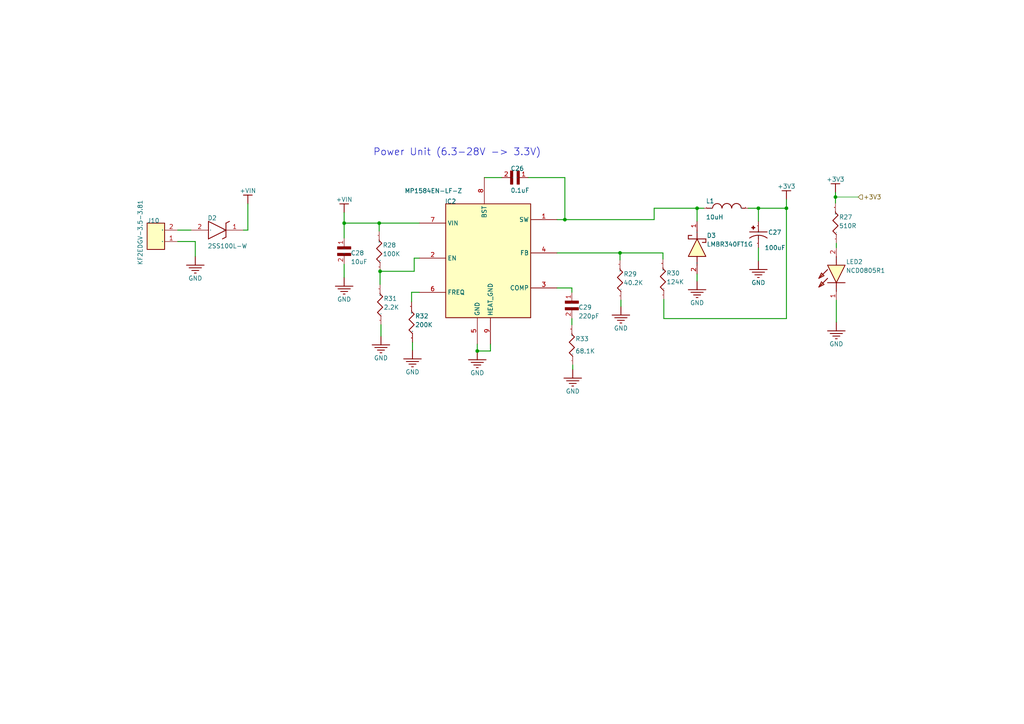
<source format=kicad_sch>
(kicad_sch (version 20230819) (generator eeschema)
  (paper "A4")
  (lib_symbols
    (symbol "POWER UNİT-altium-import:+3V3" (power)
      (property "Reference" "#PWR" (at 0 0 0))
      (property "Value" "+3V3" (at 0 3.81 0))
      (symbol "+3V3_0_0"
        (polyline (pts (xy -1.27 -2.54) (xy 1.27 -2.54)) (stroke (width 0.254)))
        (polyline (pts (xy 0 0) (xy 0 -2.54)) (stroke (width 0.254)))
        (pin power_in line (at 0 0 0) (length 0) hide (name "+3V3") (number ""))
      )
    )
    (symbol "POWER UNİT-altium-import:+VIN" (power)
      (property "Reference" "#PWR" (at 0 0 0))
      (property "Value" "+VIN" (at 0 3.81 0))
      (symbol "+VIN_0_0"
        (polyline (pts (xy -1.27 -2.54) (xy 1.27 -2.54)) (stroke (width 0.254)))
        (polyline (pts (xy 0 0) (xy 0 -2.54)) (stroke (width 0.254)))
        (pin power_in line (at 0 0 0) (length 0) hide (name "+VIN") (number ""))
      )
    )
    (symbol "POWER UNİT-altium-import:GND" (power)
      (property "Reference" "#PWR" (at 0 0 0))
      (property "Value" "GND" (at 0 6.35 0))
      (symbol "GND_0_0"
        (polyline (pts (xy -2.54 -2.54) (xy 2.54 -2.54)) (stroke (width 0.254)))
        (polyline (pts (xy -1.778 -3.302) (xy 1.778 -3.302)) (stroke (width 0.254)))
        (polyline (pts (xy -1.016 -4.064) (xy 1.016 -4.064)) (stroke (width 0.254)))
        (polyline (pts (xy -0.254 -4.826) (xy 0.254 -4.826)) (stroke (width 0.254)))
        (polyline (pts (xy 0 0) (xy 0 -2.54)) (stroke (width 0.254)))
        (pin power_in line (at 0 0 0) (length 0) hide (name "GND") (number ""))
      )
    )
    (symbol "POWER UNİT-altium-import:root_0_10uH"
      (symbol "root_0_10uH_1_0"
        (polyline (pts (xy 7.366 7.62) (xy 5.842 7.62)) (stroke (width 0.254)))
        (polyline (pts (xy 16.002 7.62) (xy 17.018 7.62)) (stroke (width 0.254)))
        (arc (start 10.2353 7.6867) (mid 8.8937 8.9669) (end 7.5451 7.6941) (stroke (width 0.254)))
        (arc (start 13.0636 7.6829) (mid 11.6899 9.001) (end 10.305 7.6946) (stroke (width 0.254)))
        (arc (start 15.8566 7.683) (mid 14.4837 9) (end 13.1 7.6944) (stroke (width 0.254)))
        (pin passive line (at 5.08 7.62 0) (length 1.27) (name "1") (number "1"))
        (pin passive line (at 17.78 7.62 180) (length 1.27) (name "2") (number "2"))
      )
    )
    (symbol "POWER UNİT-altium-import:root_0_C0402C220K4RACTU"
      (symbol "root_0_C0402C220K4RACTU_1_0"
        (rectangle (start 0.635 1.905) (end 0 -1.905) (stroke (width 0.254)) (fill (type outline)))
        (rectangle (start 2.54 1.905) (end 1.905 -1.905) (stroke (width 0.254)) (fill (type outline)))
        (pin passive line (at 5.08 0 180) (length 2.54) (name "1") (number "1"))
        (pin passive line (at -2.54 0 0) (length 2.54) (name "2") (number "2"))
      )
    )
    (symbol "POWER UNİT-altium-import:root_0_KF2EDGV-3.5-3.81"
      (symbol "root_0_KF2EDGV-3.5-3.81_1_0"
        (rectangle (start 15.24 12.7) (end 10.16 5.08) (stroke (width 0.254) (color 128 0 0 1)) (fill (type background)))
        (pin passive line (at 19.05 7.366 180) (length 3.81) (name "1") (number "1"))
        (pin passive line (at 19.05 10.668 180) (length 3.81) (name "2") (number "2"))
      )
    )
    (symbol "POWER UNİT-altium-import:root_0_MP1584EN-LF-Z"
      (symbol "root_0_MP1584EN-LF-Z_1_0"
        (rectangle (start 48.26 43.18) (end 23.622 10.16) (stroke (width 0.254) (color 128 0 0 1)) (fill (type background)))
        (pin passive line (at 55.88 38.608 180) (length 7.62) (name "SW") (number "1"))
        (pin passive line (at 16.002 27.432 0) (length 7.62) (name "EN") (number "2"))
        (pin passive line (at 55.88 18.796 180) (length 7.62) (name "COMP") (number "3"))
        (pin passive line (at 55.88 28.956 180) (length 7.62) (name "FB") (number "4"))
        (pin passive line (at 32.766 2.54 90) (length 7.62) (name "GND") (number "5"))
        (pin passive line (at 16.002 17.526 0) (length 7.62) (name "FREQ") (number "6"))
        (pin passive line (at 16.002 37.592 0) (length 7.62) (name "VIN") (number "7"))
        (pin passive line (at 34.798 50.8 270) (length 7.62) (name "BST") (number "8"))
        (pin passive line (at 36.576 2.54 90) (length 7.62) (name "HEAT_GND") (number "9"))
      )
    )
    (symbol "POWER UNİT-altium-import:root_1_1K"
      (symbol "root_1_1K_1_0"
        (polyline (pts (xy -4.826 4.318) (xy -5.842 5.334) (xy -4.318 6.858) (xy -5.842 8.382) (xy -4.318 9.906) (xy -5.08 10.668) (xy -5.08 10.922)) (stroke (width 0.254)))
        (pin passive line (at -4.826 1.778 90) (length 2.54) (name "1") (number "1"))
        (pin passive line (at -5.08 13.462 270) (length 2.54) (name "2") (number "2"))
      )
    )
    (symbol "POWER UNİT-altium-import:root_1_C0402C220K4RACTU"
      (symbol "root_1_C0402C220K4RACTU_1_0"
        (rectangle (start 1.905 0.635) (end -1.905 0) (stroke (width 0.254)) (fill (type outline)))
        (rectangle (start 1.905 2.54) (end -1.905 1.905) (stroke (width 0.254)) (fill (type outline)))
        (pin passive line (at 0 5.08 270) (length 2.54) (name "1") (number "1"))
        (pin passive line (at 0 -2.54 90) (length 2.54) (name "2") (number "2"))
      )
    )
    (symbol "POWER UNİT-altium-import:root_1_NCD0805R1"
      (symbol "root_1_NCD0805R1_1_0"
        (polyline (pts (xy -5.08 3.81) (xy -2.54 6.35)) (stroke (width 0.254)))
        (polyline (pts (xy -5.08 6.35) (xy -2.54 8.89)) (stroke (width 0.254)))
        (polyline (pts (xy 0 5.08) (xy 0 2.54)) (stroke (width 0.254)))
        (polyline (pts (xy 0 12.7) (xy 0 10.16)) (stroke (width 0.254)))
        (polyline (pts (xy 2.54 5.08) (xy -2.54 5.08)) (stroke (width 0.254)))
        (polyline (pts (xy -4.318 5.334) (xy -3.556 4.572) (xy -5.08 3.81) (xy -4.318 5.334)) (stroke (width 0.254)) (fill (type background)))
        (polyline (pts (xy -4.318 7.874) (xy -3.556 7.112) (xy -5.08 6.35) (xy -4.318 7.874)) (stroke (width 0.254)) (fill (type background)))
        (polyline (pts (xy 0 5.08) (xy -2.54 10.16) (xy 2.54 10.16) (xy 0 5.08)) (stroke (width 0.254)) (fill (type background)))
        (pin passive line (at 0 0 90) (length 2.54) (name "K") (number "1"))
        (pin passive line (at 0 15.24 270) (length 2.54) (name "A") (number "2"))
      )
    )
    (symbol "POWER UNİT-altium-import:root_2_2SS100L-W_2"
      (symbol "root_2_2SS100L-W_2_1_0"
        (polyline (pts (xy -10.16 -2.54) (xy -5.08 0)) (stroke (width 0.254)))
        (polyline (pts (xy -10.16 2.54) (xy -10.16 -2.54)) (stroke (width 0.254)))
        (polyline (pts (xy -6.096 -2.54) (xy -5.08 -2.032)) (stroke (width 0.254)))
        (polyline (pts (xy -5.08 0) (xy -10.16 2.54)) (stroke (width 0.254)))
        (polyline (pts (xy -5.08 2.032) (xy -5.08 -2.032)) (stroke (width 0.254)))
        (polyline (pts (xy -5.08 2.032) (xy -4.064 2.54)) (stroke (width 0.254)))
        (pin passive line (at 0 0 180) (length 5.08) (name "K") (number "1"))
        (pin passive line (at -15.24 0 0) (length 5.08) (name "A") (number "2"))
      )
    )
    (symbol "POWER UNİT-altium-import:root_3_EEEFPC101XAL_1"
      (symbol "root_3_EEEFPC101XAL_1_1_0"
        (rectangle (start -1.405 1.173) (end -1.532 0.284) (stroke (width 0.254)) (fill (type outline)))
        (rectangle (start -1.024 0.792) (end -1.913 0.665) (stroke (width 0.254)) (fill (type outline)))
        (polyline (pts (xy 0 -2.54) (xy 0 -1.524)) (stroke (width 0.254)))
        (polyline (pts (xy 0 -0.508) (xy -2.54 -0.508)) (stroke (width 0.254)))
        (polyline (pts (xy 0 0) (xy 0 -0.508)) (stroke (width 0.254)))
        (polyline (pts (xy 2.54 -0.508) (xy 0 -0.508)) (stroke (width 0.254)))
        (arc (start 2.5398 -2.2858) (mid 0 -1.485) (end -2.5398 -2.2858) (stroke (width 0.254)))
        (pin passive line (at 0 2.54 270) (length 2.54) (name "1") (number "1"))
        (pin passive line (at 0 -5.08 90) (length 2.54) (name "2") (number "2"))
      )
    )
    (symbol "POWER UNİT-altium-import:root_3_SS34FA_1"
      (symbol "root_3_SS34FA_1_1_0"
        (polyline (pts (xy -2.54 -7.62) (xy 2.54 -7.62)) (stroke (width 0.254)))
        (polyline (pts (xy -2.54 -6.604) (xy -2.54 -7.62)) (stroke (width 0.254)))
        (polyline (pts (xy -1.524 -6.604) (xy -2.54 -6.604)) (stroke (width 0.254)))
        (polyline (pts (xy 0 -15.24) (xy 0 -12.7)) (stroke (width 0.254)))
        (polyline (pts (xy 0 -7.62) (xy 0 -5.08)) (stroke (width 0.254)))
        (polyline (pts (xy 1.524 -8.636) (xy 2.54 -8.636)) (stroke (width 0.254)))
        (polyline (pts (xy 2.54 -8.636) (xy 2.54 -7.62)) (stroke (width 0.254)))
        (polyline (pts (xy 0 -7.62) (xy 2.54 -12.7) (xy -2.54 -12.7) (xy 0 -7.62)) (stroke (width 0.254)) (fill (type background)))
        (pin passive line (at 0 -2.54 270) (length 2.54) (name "K") (number "1"))
        (pin passive line (at 0 -17.78 90) (length 2.54) (name "A") (number "2"))
      )
    )
  )
  (junction (at 110.236 78.6892))
  (junction (at 109.982 64.7192))
  (junction (at 163.83 63.7032))
  (junction (at 202.184 60.4012))
  (junction (at 99.822 64.7192))
  (junction (at 242.316 57.15))
  (junction (at 228.092 60.4012))
  (junction (at 219.964 60.4012))
  (junction (at 179.832 73.3552))
  (junction (at 138.43 101.8032))
  (wire (pts (xy 242.316 57.15) (xy 242.316 55.8292)))
  (wire (pts (xy 119.634 99.2632) (xy 119.634 101.5492)) (stroke (width 0.254)))
  (wire (pts (xy 119.38 84.7852) (xy 121.666 84.7852)) (stroke (width 0.254)))
  (wire (pts (xy 163.83 63.7032) (xy 189.738 63.7032)) (stroke (width 0.254)))
  (wire (pts (xy 110.236 78.6892) (xy 110.236 82.4992)) (stroke (width 0.254)))
  (wire (pts (xy 202.184 60.4012) (xy 204.216 60.4012)) (stroke (width 0.254)))
  (wire (pts (xy 228.092 92.4052) (xy 192.532 92.4052)) (stroke (width 0.254)))
  (wire (pts (xy 99.822 69.0372) (xy 99.822 64.7192)) (stroke (width 0.254)))
  (wire (pts (xy 120.142 78.6892) (xy 110.236 78.6892)) (stroke (width 0.254)))
  (wire (pts (xy 51.562 70.0532) (xy 56.642 70.0532)) (stroke (width 0.254)))
  (wire (pts (xy 166.116 105.8672) (xy 166.116 107.1372)) (stroke (width 0.254)))
  (wire (pts (xy 180.086 87.0712) (xy 180.086 88.8492)) (stroke (width 0.254)))
  (wire (pts (xy 189.738 63.7032) (xy 189.738 60.4012)) (stroke (width 0.254)))
  (wire (pts (xy 219.964 60.4012) (xy 228.092 60.4012)) (stroke (width 0.254)))
  (wire (pts (xy 109.982 64.7192) (xy 109.982 67.0052)) (stroke (width 0.254)))
  (wire (pts (xy 216.916 60.4012) (xy 219.964 60.4012)) (stroke (width 0.254)))
  (wire (pts (xy 71.882 66.7512) (xy 71.882 59.1312)) (stroke (width 0.254)))
  (wire (pts (xy 99.822 80.4672) (xy 99.822 76.6572)) (stroke (width 0.254)))
  (wire (pts (xy 153.162 51.5112) (xy 163.83 51.5112)) (stroke (width 0.254)))
  (wire (pts (xy 99.822 64.7192) (xy 99.822 61.6712)) (stroke (width 0.254)))
  (wire (pts (xy 179.832 73.3552) (xy 179.832 75.3872)) (stroke (width 0.254)))
  (wire (pts (xy 70.612 66.7512) (xy 71.882 66.7512)) (stroke (width 0.254)))
  (wire (pts (xy 248.92 57.15) (xy 242.316 57.15)))
  (wire (pts (xy 109.982 64.7192) (xy 121.666 64.7192)) (stroke (width 0.254)))
  (wire (pts (xy 219.964 60.4012) (xy 219.964 64.2112)) (stroke (width 0.254)))
  (wire (pts (xy 242.316 55.8292) (xy 242.316 57.15)) (stroke (width 0.254)))
  (wire (pts (xy 189.738 60.4012) (xy 202.184 60.4012)) (stroke (width 0.254)))
  (wire (pts (xy 228.092 57.8612) (xy 228.092 60.4012)) (stroke (width 0.254)))
  (wire (pts (xy 219.964 71.8312) (xy 219.964 75.6412)) (stroke (width 0.254)))
  (wire (pts (xy 161.544 73.3552) (xy 179.832 73.3552)) (stroke (width 0.254)))
  (wire (pts (xy 161.544 63.7032) (xy 163.83 63.7032)) (stroke (width 0.254)))
  (wire (pts (xy 55.372 66.7512) (xy 51.562 66.7512)) (stroke (width 0.254)))
  (wire (pts (xy 202.184 81.4832) (xy 202.184 79.4512)) (stroke (width 0.254)))
  (wire (pts (xy 165.862 94.1832) (xy 165.862 92.4052)) (stroke (width 0.254)))
  (wire (pts (xy 192.278 75.1332) (xy 192.278 73.3552)) (stroke (width 0.254)))
  (wire (pts (xy 165.862 83.5152) (xy 165.862 84.7852)) (stroke (width 0.254)))
  (wire (pts (xy 163.83 51.5112) (xy 163.83 63.7032)) (stroke (width 0.254)))
  (wire (pts (xy 161.544 83.5152) (xy 165.862 83.5152)) (stroke (width 0.254)))
  (wire (pts (xy 121.666 74.8792) (xy 120.142 74.8792)) (stroke (width 0.254)))
  (wire (pts (xy 192.532 92.4052) (xy 192.532 86.8172)) (stroke (width 0.254)))
  (wire (pts (xy 142.24 99.7712) (xy 142.24 101.8032)) (stroke (width 0.254)))
  (wire (pts (xy 192.278 73.3552) (xy 179.832 73.3552)) (stroke (width 0.254)))
  (wire (pts (xy 99.822 64.7192) (xy 109.982 64.7192)) (stroke (width 0.254)))
  (wire (pts (xy 140.462 51.5112) (xy 145.542 51.5112)) (stroke (width 0.254)))
  (wire (pts (xy 110.49 94.1832) (xy 110.49 97.4852)) (stroke (width 0.254)))
  (wire (pts (xy 228.092 60.4012) (xy 228.092 92.4052)) (stroke (width 0.254)))
  (wire (pts (xy 119.38 87.5792) (xy 119.38 84.7852)) (stroke (width 0.254)))
  (wire (pts (xy 242.316 57.15) (xy 242.316 58.8772)) (stroke (width 0.254)))
  (wire (pts (xy 56.642 70.0532) (xy 56.642 74.3712)) (stroke (width 0.254)))
  (wire (pts (xy 242.57 70.5612) (xy 242.57 71.8312)) (stroke (width 0.254)))
  (wire (pts (xy 142.24 101.8032) (xy 138.43 101.8032)) (stroke (width 0.254)))
  (wire (pts (xy 138.43 99.7712) (xy 138.43 101.8032)) (stroke (width 0.254)))
  (wire (pts (xy 120.142 74.8792) (xy 120.142 78.6892)) (stroke (width 0.254)))
  (wire (pts (xy 202.184 60.4012) (xy 202.184 64.2112)) (stroke (width 0.254)))
  (wire (pts (xy 242.57 87.0712) (xy 242.57 93.4212)) (stroke (width 0.254)))
  (text "Power Unit (6.3-28V -> 3.3V)" (at 108.204 45.4152 0) (effects (font (size 2.032 2.032)) (justify left bottom)))
  (hierarchical_label "+3V3" (shape input) (at 248.92 57.15 0))
  (symbol (lib_id "POWER UNİT-altium-import:root_1_NCD0805R1") (at 242.57 87.0712 0) (unit 1)
    (property "Reference" "LED2" (at 245.364 76.6572 0) (effects (justify left bottom)))
    (property "Value" "NCD0805R1" (at 245.364 79.1972 0) (effects (justify left bottom)))
    (property "Footprint" "NCD0805R1" (effects hide))
    (property "MANUFACTURER_NAME" "Foshan NationStar Optoelectronics" (effects hide))
    (property "MANUFACTURER_PART_NUMBER" "NCD0805R1" (effects hide))
    (property "MOUSER PART NUMBER" "*" (effects hide))
    (property "MOUSER PRICE/STOCK" "*" (effects hide))
    (property "ARROW PART NUMBER" "*" (effects hide))
    (property "ARROW PRICE/STOCK" "*" (effects hide))
    (property "DATASHEET LINK" "https://datasheet.lcsc.com/lcsc/2008201032_Foshan-NationStar-Optoelectronics-NCD0805R1_C84256.pdf" (effects hide))
    (property "GEOMETRY.HEIGHT" "1.2mm" (effects hide))
    (instances (project "Bluetooth-Anchor _Wifi KİCAD" (path "" (reference "LED2") (unit 1))) (project "POWER UNİT" (path "" (reference "D4") (unit 1))))
  )
  (symbol (lib_id "POWER UNİT-altium-import:root_1_1K") (at 115.062 80.4672 0) (unit 1)
    (property "Reference" "R28" (at 110.998 71.8312 0) (effects (justify left bottom)))
    (property "Value" "100K" (at 110.998 74.3712 0) (effects (justify left bottom)))
    (property "Footprint" "Res_0402" (effects hide))
  )
  (symbol (lib_id "POWER UNİT-altium-import:root_0_C0402C220K4RACTU") (at 148.082 51.5112 0) (unit 1)
    (property "Reference" "C26" (at 148.082 49.6062 0) (effects (justify left bottom)))
    (property "Value" "0.1uF" (at 148.082 55.9562 0) (effects (justify left bottom)))
    (property "Footprint" "C_0402" (effects hide))
    (property "MP" "C0402C220K4RACTU" (effects hide))
    (property "SNAPEDA_LINK" "https://www.snapeda.com/parts/C0402C220K4RACTU/KEMET/view-part/2040769/?ref=snap" (effects hide))
    (property "PRICE" "None" (effects hide))
    (property "MF" "KEMET" (effects hide))
    (property "PACKAGE" "0402 KEMET" (effects hide))
    (property "AVAILABILITY" "Unavailable" (effects hide))
    (property "ALTIUM_VALUE" "*" (effects hide))
  )
  (symbol (lib_id "POWER UNİT-altium-import:GND") (at 110.49 97.4852 0) (unit 1)
    (property "Reference" "#PWR0144" (effects hide))
    (property "Value" "GND" (at 110.49 103.8352 0))
    (instances (project "Bluetooth-Anchor _Wifi KİCAD" (path "" (reference "#PWR0144") (unit 1))) (project "POWER UNİT" (path "" (reference "#PWR?") (unit 1))))
  )
  (symbol (lib_id "POWER UNİT-altium-import:+VIN") (at 99.822 61.6712 180) (unit 1)
    (property "Reference" "#PWR0148" (effects hide))
    (property "Value" "+VIN" (at 99.822 57.8612 0))
    (instances (project "Bluetooth-Anchor _Wifi KİCAD" (path "" (reference "#PWR0148") (unit 1))) (project "POWER UNİT" (path "" (reference "#PWR?") (unit 1))))
  )
  (symbol (lib_id "POWER UNİT-altium-import:root_1_1K") (at 124.46 101.0412 0) (unit 1)
    (property "Reference" "R32" (at 120.396 92.4052 0) (effects (justify left bottom)))
    (property "Value" "200K" (at 120.396 94.9452 0) (effects (justify left bottom)))
    (property "Footprint" "Res_0402" (effects hide))
  )
  (symbol (lib_id "POWER UNİT-altium-import:root_1_1K") (at 197.358 88.5952 0) (unit 1)
    (property "Reference" "R30" (at 193.294 79.9592 0) (effects (justify left bottom)))
    (property "Value" "124K" (at 193.294 82.4992 0) (effects (justify left bottom)))
    (property "Footprint" "Res_0402" (effects hide))
  )
  (symbol (lib_id "POWER UNİT-altium-import:root_2_2SS100L-W_2") (at 70.612 66.7512 0) (unit 1)
    (property "Reference" "D2" (at 60.198 63.9572 0) (effects (justify left bottom)))
    (property "Value" "2SS100L-W" (at 60.198 72.0852 0) (effects (justify left bottom)))
    (property "Footprint" "2SS100LW" (effects hide))
    (property "MANUFACTURER_NAME" "Rectron" (effects hide))
    (property "MANUFACTURER_PART_NUMBER" "2SS100L-W" (effects hide))
    (property "MOUSER PART NUMBER" "583-2SS100L-W" (effects hide))
    (property "MOUSER PRICE/STOCK" "https://www.mouser.co.uk/ProductDetail/Rectron/2SS100L-W?qs=5aG0NVq1C4wsv0OtzLcEnw%3D%3D" (effects hide))
    (property "ARROW PART NUMBER" "2SS100L-W" (effects hide))
    (property "ARROW PRICE/STOCK" "https://www.arrow.com/en/products/2ss100l-w/rectron?region=nac" (effects hide))
    (property "DATASHEET LINK" "https://componentsearchengine.com/Datasheets/1/2SS100L-W.pdf" (effects hide))
    (property "GEOMETRY.HEIGHT" "1mm" (effects hide))
  )
  (symbol (lib_id "POWER UNİT-altium-import:root_1_1K") (at 247.396 72.3392 0) (unit 1)
    (property "Reference" "R27" (at 243.332 63.7032 0) (effects (justify left bottom)))
    (property "Value" "510R" (at 243.332 66.2432 0) (effects (justify left bottom)))
    (property "Footprint" "Res_0402" (effects hide))
  )
  (symbol (lib_id "POWER UNİT-altium-import:GND") (at 180.086 88.8492 0) (unit 1)
    (property "Reference" "#PWR0153" (effects hide))
    (property "Value" "GND" (at 180.086 95.1992 0))
    (instances (project "Bluetooth-Anchor _Wifi KİCAD" (path "" (reference "#PWR0153") (unit 1))) (project "POWER UNİT" (path "" (reference "#PWR?") (unit 1))))
  )
  (symbol (lib_id "POWER UNİT-altium-import:+3V3") (at 242.316 55.8292 180) (unit 1)
    (property "Reference" "#PWR0152" (effects hide))
    (property "Value" "+3V3" (at 242.316 52.0192 0))
    (instances (project "Bluetooth-Anchor _Wifi KİCAD" (path "" (reference "#PWR0152") (unit 1))) (project "POWER UNİT" (path "" (reference "#PWR?") (unit 1))))
  )
  (symbol (lib_id "POWER UNİT-altium-import:root_1_1K") (at 184.912 88.8492 0) (unit 1)
    (property "Reference" "R29" (at 180.848 80.2132 0) (effects (justify left bottom)))
    (property "Value" "40.2K" (at 180.848 82.7532 0) (effects (justify left bottom)))
    (property "Footprint" "Res_0402" (effects hide))
  )
  (symbol (lib_id "POWER UNİT-altium-import:root_1_C0402C220K4RACTU") (at 165.862 89.8652 0) (unit 1)
    (property "Reference" "C29" (at 167.767 89.8652 0) (effects (justify left bottom)))
    (property "Value" "220pF" (at 167.767 92.4052 0) (effects (justify left bottom)))
    (property "Footprint" "C_0402" (effects hide))
    (property "MP" "C0402C220K4RACTU" (effects hide))
    (property "SNAPEDA_LINK" "https://www.snapeda.com/parts/C0402C220K4RACTU/KEMET/view-part/2040769/?ref=snap" (effects hide))
    (property "PRICE" "None" (effects hide))
    (property "MF" "KEMET" (effects hide))
    (property "PACKAGE" "0402 KEMET" (effects hide))
    (property "AVAILABILITY" "Unavailable" (effects hide))
    (property "ALTIUM_VALUE" "*" (effects hide))
  )
  (symbol (lib_id "POWER UNİT-altium-import:GND") (at 119.634 101.5492 0) (unit 1)
    (property "Reference" "#PWR0142" (effects hide))
    (property "Value" "GND" (at 119.634 107.8992 0))
    (instances (project "Bluetooth-Anchor _Wifi KİCAD" (path "" (reference "#PWR0142") (unit 1))) (project "POWER UNİT" (path "" (reference "#PWR?") (unit 1))))
  )
  (symbol (lib_id "POWER UNİT-altium-import:+3V3") (at 228.092 57.8612 180) (unit 1)
    (property "Reference" "#PWR0151" (effects hide))
    (property "Value" "+3V3" (at 228.092 54.0512 0))
    (instances (project "Bluetooth-Anchor _Wifi KİCAD" (path "" (reference "#PWR0151") (unit 1))) (project "POWER UNİT" (path "" (reference "#PWR?") (unit 1))))
  )
  (symbol (lib_id "POWER UNİT-altium-import:GND") (at 56.642 74.3712 0) (unit 1)
    (property "Reference" "#PWR0146" (effects hide))
    (property "Value" "GND" (at 56.642 80.7212 0))
    (instances (project "Bluetooth-Anchor _Wifi KİCAD" (path "" (reference "#PWR0146") (unit 1))) (project "POWER UNİT" (path "" (reference "#PWR?") (unit 1))))
  )
  (symbol (lib_id "POWER UNİT-altium-import:root_0_KF2EDGV-3.5-3.81") (at 32.512 77.4192 0) (unit 1)
    (property "Reference" "J10" (at 42.672 64.7192 0) (effects (justify left bottom)))
    (property "Value" "KF2EDGV-3.5-3.81" (at 41.402 76.9112 90) (effects (justify left bottom)))
    (property "Footprint" "SHDR2W80P0X381_1X2_862X700X920P" (effects hide))
  )
  (symbol (lib_id "POWER UNİT-altium-import:GND") (at 219.964 75.6412 0) (unit 1)
    (property "Reference" "#PWR0154" (effects hide))
    (property "Value" "GND" (at 219.964 81.9912 0))
    (instances (project "Bluetooth-Anchor _Wifi KİCAD" (path "" (reference "#PWR0154") (unit 1))) (project "POWER UNİT" (path "" (reference "#PWR?") (unit 1))))
  )
  (symbol (lib_id "POWER UNİT-altium-import:+VIN") (at 71.882 59.1312 180) (unit 1)
    (property "Reference" "#PWR0149" (effects hide))
    (property "Value" "+VIN" (at 71.882 55.3212 0))
    (instances (project "Bluetooth-Anchor _Wifi KİCAD" (path "" (reference "#PWR0149") (unit 1))) (project "POWER UNİT" (path "" (reference "#PWR?") (unit 1))))
  )
  (symbol (lib_id "POWER UNİT-altium-import:root_1_1K") (at 115.316 95.9612 0) (unit 1)
    (property "Reference" "R31" (at 111.252 87.3252 0) (effects (justify left bottom)))
    (property "Value" "2.2K" (at 111.252 89.8652 0) (effects (justify left bottom)))
    (property "Footprint" "Res_0402" (effects hide))
  )
  (symbol (lib_id "POWER UNİT-altium-import:root_3_SS34FA_1") (at 202.184 61.6712 0) (unit 1)
    (property "Reference" "D3" (at 204.978 69.0372 0) (effects (justify left bottom)))
    (property "Value" "LMBR340FT1G" (at 204.978 71.5772 0) (effects (justify left bottom)))
    (property "Footprint" "SODFL3618X143N" (effects hide))
    (property "MANUFACTURER_NAME" "onsemi" (effects hide))
    (property "MANUFACTURER_PART_NUMBER" "SS34FA" (effects hide))
    (property "MOUSER PART NUMBER" "512-SS34FA" (effects hide))
    (property "MOUSER PRICE/STOCK" "https://www.mouser.co.uk/ProductDetail/onsemi-Fairchild/SS34FA?qs=R26iFe%2FkX%2FK1QUwZdCmBBw%3D%3D" (effects hide))
    (property "ARROW PART NUMBER" "SS34FA" (effects hide))
    (property "ARROW PRICE/STOCK" "https://www.arrow.com/en/products/ss34fa/on-semiconductor?region=nac" (effects hide))
    (property "DATASHEET LINK" "http://www.onsemi.com/pub/Collateral/SS36FA-D.pdf" (effects hide))
    (property "GEOMETRY.HEIGHT" "1.43mm" (effects hide))
  )
  (symbol (lib_id "POWER UNİT-altium-import:root_0_MP1584EN-LF-Z") (at 105.664 102.3112 0) (unit 1)
    (property "Reference" "IC2" (at 129.032 59.1312 0) (effects (justify left bottom)))
    (property "Value" "MP1584EN-LF-Z" (at 117.348 56.0832 0) (effects (justify left bottom)))
    (property "Footprint" "SOIC127P600X170-9N" (effects hide))
  )
  (symbol (lib_id "POWER UNİT-altium-import:root_1_C0402C220K4RACTU") (at 99.822 74.1172 0) (unit 1)
    (property "Reference" "C28" (at 101.727 74.1172 0) (effects (justify left bottom)))
    (property "Value" "10uF" (at 101.727 76.6572 0) (effects (justify left bottom)))
    (property "Footprint" "C_0402" (effects hide))
    (property "MP" "C0402C220K4RACTU" (effects hide))
    (property "SNAPEDA_LINK" "https://www.snapeda.com/parts/C0402C220K4RACTU/KEMET/view-part/2040769/?ref=snap" (effects hide))
    (property "PRICE" "None" (effects hide))
    (property "MF" "KEMET" (effects hide))
    (property "PACKAGE" "0402 KEMET" (effects hide))
    (property "AVAILABILITY" "Unavailable" (effects hide))
    (property "ALTIUM_VALUE" "*" (effects hide))
  )
  (symbol (lib_id "POWER UNİT-altium-import:GND") (at 138.43 101.8032 0) (unit 1)
    (property "Reference" "#PWR0143" (effects hide))
    (property "Value" "GND" (at 138.43 108.1532 0))
    (instances (project "Bluetooth-Anchor _Wifi KİCAD" (path "" (reference "#PWR0143") (unit 1))) (project "POWER UNİT" (path "" (reference "#PWR?") (unit 1))))
  )
  (symbol (lib_id "POWER UNİT-altium-import:root_3_EEEFPC101XAL_1") (at 219.964 66.7512 0) (unit 1)
    (property "Reference" "C27" (at 222.758 68.1182 0) (effects (justify left bottom)))
    (property "Value" "100uF" (at 221.742 72.5932 0) (effects (justify left bottom)))
    (property "Footprint" "XT100UF10V90RV0060" (effects hide))
    (property "PRICE" "None" (effects hide))
    (property "AVAILABILITY" "In Stock" (effects hide))
    (property "PACKAGE" "RADIAL-2 Panasonic" (effects hide))
    (property "MP" "EEEFPC101XAL" (effects hide))
    (property "ALTIUM_VALUE" "*" (effects hide))
    (property "SNAPEDA_LINK" "https://www.snapeda.com/parts/EEEFPC101XAL/Panasonic/view-part/?ref=snap" (effects hide))
    (property "MF" "Panasonic" (effects hide))
    (property "PURCHASE-URL" "https://pricing.snapeda.com/search/part/EEEFPC101XAL/?ref=eda" (effects hide))
    (property "CHECK_PRICES" "https://www.snapeda.com/parts/EEEFPC101XAL/Panasonic/view-part/?ref=eda" (effects hide))
  )
  (symbol (lib_id "POWER UNİT-altium-import:GND") (at 166.116 107.1372 0) (unit 1)
    (property "Reference" "#PWR0145" (effects hide))
    (property "Value" "GND" (at 166.116 113.4872 0))
    (instances (project "Bluetooth-Anchor _Wifi KİCAD" (path "" (reference "#PWR0145") (unit 1))) (project "POWER UNİT" (path "" (reference "#PWR?") (unit 1))))
  )
  (symbol (lib_id "POWER UNİT-altium-import:root_1_1K") (at 170.942 107.6452 0) (unit 1)
    (property "Reference" "R33" (at 166.878 99.0092 0) (effects (justify left bottom)))
    (property "Value" "68.1K" (at 166.878 102.5652 0) (effects (justify left bottom)))
    (property "Footprint" "Res_0402" (effects hide))
  )
  (symbol (lib_id "POWER UNİT-altium-import:GND") (at 99.822 80.4672 0) (unit 1)
    (property "Reference" "#PWR0147" (effects hide))
    (property "Value" "GND" (at 99.822 86.8172 0))
    (instances (project "Bluetooth-Anchor _Wifi KİCAD" (path "" (reference "#PWR0147") (unit 1))) (project "POWER UNİT" (path "" (reference "#PWR?") (unit 1))))
  )
  (symbol (lib_id "POWER UNİT-altium-import:GND") (at 242.57 93.4212 0) (unit 1)
    (property "Reference" "#PWR0150" (effects hide))
    (property "Value" "GND" (at 242.57 99.7712 0))
    (instances (project "Bluetooth-Anchor _Wifi KİCAD" (path "" (reference "#PWR0150") (unit 1))) (project "POWER UNİT" (path "" (reference "#PWR?") (unit 1))))
  )
  (symbol (lib_id "POWER UNİT-altium-import:GND") (at 202.184 81.4832 0) (unit 1)
    (property "Reference" "#PWR0155" (effects hide))
    (property "Value" "GND" (at 202.184 87.8332 0))
    (instances (project "Bluetooth-Anchor _Wifi KİCAD" (path "" (reference "#PWR0155") (unit 1))) (project "POWER UNİT" (path "" (reference "#PWR?") (unit 1))))
  )
  (symbol (lib_id "POWER UNİT-altium-import:root_0_10uH") (at 199.136 68.0212 0) (unit 1)
    (property "Reference" "L1" (at 204.724 59.0202 0) (effects (justify left bottom)))
    (property "Value" "10uH" (at 204.724 63.7032 0) (effects (justify left bottom)))
    (property "Footprint" "YSPI0530-100M" (effects hide))
  )
)
</source>
